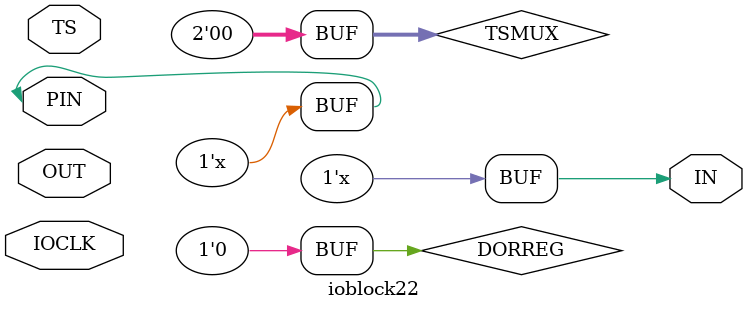
<source format=v>
module ioblock22(
	       inout  PIN,
	       input  TS,
	       input  OUT,
	       output IN,
	       input IOCLK
	       );
   
   reg 		     D;
   reg [2-1:0] 	     TSMUX;
   reg 		     DORREG;

   assign PIN = ( TSMUX == 2'b00 ) ? 1'bz : (( TSMUX == 2'b01 && TS == 1'b1 ) ? OUT : (( TSMUX == 2'b01 && TS == 1'b0 ) ? 1'bz : OUT));
   assign IN  = ( DORREG == 1'b0 ) ? PIN  : D;
   
   initial
     begin
	D=1'b0;
	TSMUX=2'b00;
	DORREG=1'b0;
     end
   
   always @(posedge IOCLK) D=PIN;
   
endmodule       

</source>
